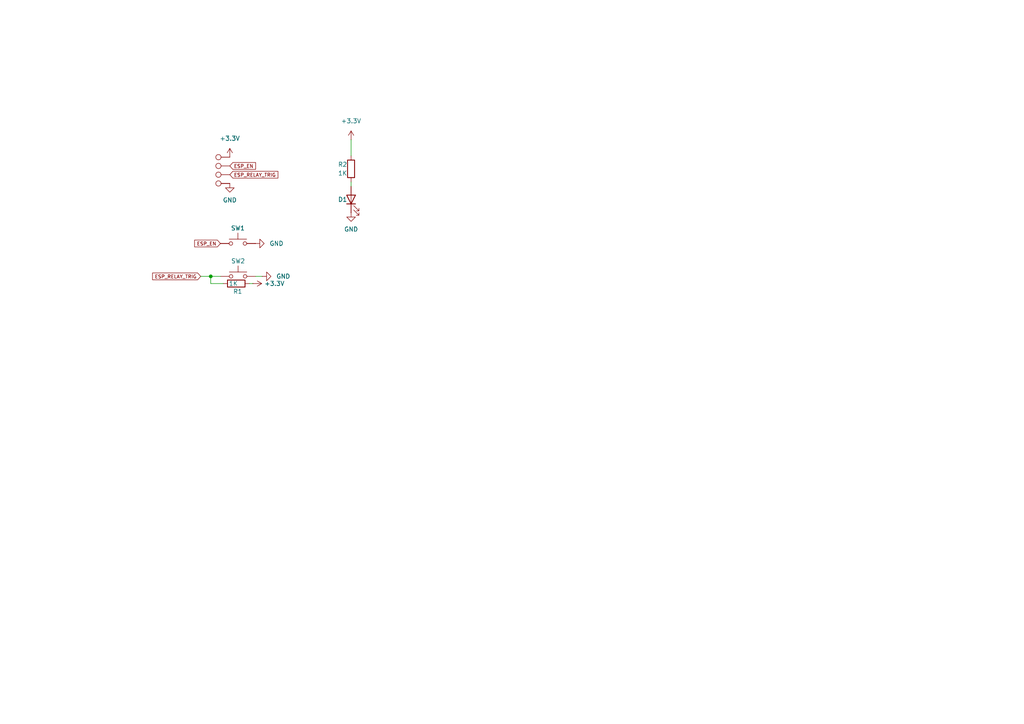
<source format=kicad_sch>
(kicad_sch (version 20250114) (generator "eeschema") (generator_version "9.0")
  (paper "A4")
  (lib_symbols
    (symbol "Connector:TestPoint" (pin_numbers (hide yes)) (pin_names (offset 0.762) (hide yes))
      (property "Reference" "TP" (at 0 6.858 0))
      (property "Value" "TestPoint" (at 0 5.08 0))
      (symbol "TestPoint_0_1"
        (circle (center 0 3.302) (radius 0.762))
      )
      (symbol "TestPoint_1_1"
        (pin passive line (at 0 0 90) (length 2.54) (name "1") (number "1"))
      )
    )
    (symbol "Device:LED" (pin_numbers (hide yes)) (pin_names (offset 1.016) (hide yes))
      (property "Reference" "D" (at 0 2.54 0))
      (property "Value" "LED" (at 0 -2.54 0))
      (symbol "LED_0_1"
        (polyline (pts (xy -3.048 -0.762) (xy -4.572 -2.286) (xy -3.81 -2.286) (xy -4.572 -2.286) (xy -4.572 -1.524)))
        (polyline (pts (xy -1.778 -0.762) (xy -3.302 -2.286) (xy -2.54 -2.286) (xy -3.302 -2.286) (xy -3.302 -1.524)))
        (polyline (pts (xy -1.27 0) (xy 1.27 0)))
        (polyline (pts (xy -1.27 -1.27) (xy -1.27 1.27)) (stroke (width 0.254)))
        (polyline (pts (xy 1.27 -1.27) (xy 1.27 1.27) (xy -1.27 0) (xy 1.27 -1.27)) (stroke (width 0.254)))
      )
      (symbol "LED_1_1"
        (pin passive line (at -3.81 0 0) (length 2.54) (name "K") (number "1"))
        (pin passive line (at 3.81 0 180) (length 2.54) (name "A") (number "2"))
      )
    )
    (symbol "Device:R" (pin_numbers (hide yes)) (pin_names (offset 0))
      (property "Reference" "R" (at 2.032 0 90))
      (property "Value" "R" (at 0 0 90))
      (symbol "R_0_1"
        (rectangle (start -1.016 -2.54) (end 1.016 2.54) (stroke (width 0.254)))
      )
      (symbol "R_1_1"
        (pin passive line (at 0 3.81 270) (length 1.27) (name "~") (number "1"))
        (pin passive line (at 0 -3.81 90) (length 1.27) (name "~") (number "2"))
      )
    )
    (symbol "Switch:SW_Push" (pin_numbers (hide yes)) (pin_names (offset 1.016) (hide yes))
      (property "Reference" "SW" (at 1.27 2.54 0))
      (property "Value" "SW_Push" (at 0 -1.524 0))
      (symbol "SW_Push_0_1"
        (circle (center -2.032 0) (radius 0.508))
        (polyline (pts (xy 0 1.27) (xy 0 3.048)))
        (circle (center 2.032 0) (radius 0.508))
        (polyline (pts (xy 2.54 1.27) (xy -2.54 1.27)))
        (pin passive line (at -5.08 0 0) (length 2.54) (name "1") (number "1"))
        (pin passive line (at 5.08 0 180) (length 2.54) (name "2") (number "2"))
      )
    )
    (symbol "power:+3.3V" (power) (pin_numbers (hide yes)) (pin_names (offset 0) (hide yes))
      (property "Value" "+3.3V" (at 0 3.556 0))
      (symbol "+3.3V_0_1"
        (polyline (pts (xy -0.762 1.27) (xy 0 2.54)))
        (polyline (pts (xy 0 2.54) (xy 0.762 1.27)))
        (polyline (pts (xy 0 0) (xy 0 2.54)))
      )
      (symbol "+3.3V_1_1"
        (pin power_in line (at 0 0 90) (length 0) (name "~") (number "1"))
      )
    )
    (symbol "power:GND" (power) (pin_numbers (hide yes)) (pin_names (offset 0) (hide yes))
      (property "Value" "GND" (at 0 -3.81 0))
      (symbol "GND_0_1"
        (polyline (pts (xy 0 0) (xy 0 -1.27) (xy 1.27 -1.27) (xy 0 -2.54) (xy -1.27 -1.27) (xy 0 -1.27)))
      )
      (symbol "GND_1_1"
        (pin power_in line (at 0 0 270) (length 0) (name "~") (number "1"))
      )
    )
  )
  (junction (at 61.1217 80.1595))
  (wire (pts (xy 58.2032 80.1595) (xy 61.1217 80.1595)))
  (wire (pts (xy 74.1327 80.1595) (xy 76.0495 80.1595)))
  (wire (pts (xy 61.1217 80.1595) (xy 63.9727 80.1595)))
  (wire (pts (xy 101.8288 40.5233) (xy 101.8288 45.1653)))
  (wire (pts (xy 72.337 82.2458) (xy 73.353 82.2458)))
  (wire (pts (xy 61.1217 82.2458) (xy 61.1217 80.1595)))
  (wire (pts (xy 101.8288 52.7853) (xy 101.8288 54.0553)))
  (wire (pts (xy 64.717 82.2458) (xy 61.1217 82.2458)))
  (global_label "ESP_RELAY_TRIG" (shape input) (at 58.2032 80.1595 180) (effects (font (size 1 1))) (property "Intersheetrefs" "${INTERSHEET_REFS}" (effects (hide yes))))
  (global_label "ESP_EN" (shape input) (at 66.6569 48.1307 0) (effects (font (size 1 1))) (property "Intersheetrefs" "${INTERSHEET_REFS}" (effects (hide yes))))
  (global_label "ESP_EN" (shape input) (at 63.9226 70.6252 180) (effects (font (size 1 1))) (property "Intersheetrefs" "${INTERSHEET_REFS}" (effects (hide yes))))
  (global_label "ESP_RELAY_TRIG" (shape input) (at 66.6569 50.6707 0) (effects (font (size 1 1))) (property "Intersheetrefs" "${INTERSHEET_REFS}" (effects (hide yes))))
  (symbol (lib_id "Connector:TestPoint") (at 66.6569 45.5907 90) (unit 1)
    (property "Reference" "TP1" (effects (hide yes)))
    (property "Value" "TestPoint" (effects (hide yes)))
    (property "Footprint" "TestPoint:TestPoint_Pad_2.5x2.5mm" (effects (hide yes)))
    (property "Description" "test point" (effects (hide yes)))
  )
  (symbol (lib_id "power:GND") (at 74.0826 70.6252 90) (unit 1)
    (property "Reference" "#PWR04" (effects (hide yes)))
    (property "Value" "GND" (at 78.1466 70.6251 90) (effects (justify right)))
    (property "Description" "Power symbol creates a global label with name \"GND\" , ground" (effects (hide yes)))
  )
  (symbol (lib_id "Switch:SW_Push") (at 69.0527 80.1595 0) (unit 1)
    (property "Reference" "SW2" (at 69.0527 75.7145 0))
    (property "Value" "SW_Push" (effects (hide yes)))
    (property "Footprint" "Button_Switch_THT:SW_PUSH_6mm_H9.5mm" (effects (hide yes)))
    (property "LCSC" "C2689642" (effects (hide yes)))
  )
  (symbol (lib_id "power:GND") (at 66.6569 53.2107 0) (unit 1)
    (property "Reference" "#PWR02" (effects (hide yes)))
    (property "Value" "GND" (at 66.6569 58.0367 0))
    (property "Description" "Power symbol creates a global label with name \"GND\" , ground" (effects (hide yes)))
  )
  (symbol (lib_id "power:GND") (at 101.8288 61.6753 0) (unit 1)
    (property "Reference" "#PWR07" (effects (hide yes)))
    (property "Value" "GND" (at 101.8288 66.5013 0))
    (property "Description" "Power symbol creates a global label with name \"GND\" , ground" (effects (hide yes)))
  )
  (symbol (lib_id "Connector:TestPoint") (at 66.6569 50.6707 90) (unit 1)
    (property "Reference" "TP3" (effects (hide yes)))
    (property "Value" "TestPoint" (effects (hide yes)))
    (property "Footprint" "TestPoint:TestPoint_Pad_2.5x2.5mm" (effects (hide yes)))
    (property "Description" "test point" (effects (hide yes)))
  )
  (symbol (lib_id "Connector:TestPoint") (at 66.6569 48.1307 90) (unit 1)
    (property "Reference" "TP2" (effects (hide yes)))
    (property "Value" "TestPoint" (effects (hide yes)))
    (property "Footprint" "TestPoint:TestPoint_Pad_2.5x2.5mm" (effects (hide yes)))
    (property "Description" "test point" (effects (hide yes)))
  )
  (symbol (lib_id "power:+3.3V") (at 73.353 82.2458 270) (unit 1)
    (property "Reference" "#PWR03" (effects (hide yes)))
    (property "Value" "+3.3V" (at 76.655 82.2457 90) (effects (justify left)))
  )
  (symbol (lib_id "power:GND") (at 76.0495 80.1595 90) (unit 1)
    (property "Reference" "#PWR05" (effects (hide yes)))
    (property "Value" "GND" (at 80.1135 80.1594 90) (effects (justify right)))
    (property "Description" "Power symbol creates a global label with name \"GND\" , ground" (effects (hide yes)))
  )
  (symbol (lib_id "power:+3.3V") (at 66.6569 45.5907 0) (unit 1)
    (property "Reference" "#PWR01" (effects (hide yes)))
    (property "Value" "+3.3V" (at 66.6569 40.1551 0))
    (property "Description" "Power symbol creates a global label with name \"+3.3V\"" (effects (hide yes)))
  )
  (symbol (lib_id "Connector:TestPoint") (at 66.6569 53.2107 90) (unit 1)
    (property "Reference" "TP4" (effects (hide yes)))
    (property "Value" "TestPoint" (effects (hide yes)))
    (property "Footprint" "TestPoint:TestPoint_Pad_2.5x2.5mm" (effects (hide yes)))
    (property "Description" "test point" (effects (hide yes)))
  )
  (symbol (lib_id "Device:R") (at 68.527 82.2458 90) (unit 1)
    (property "Reference" "R1" (at 70.305 84.5318 90) (effects (justify left)))
    (property "Value" "1K" (at 69.035 82.2458 90) (effects (justify left)))
    (property "Footprint" "Resistor_SMD:R_0603_1608Metric_Pad0.98x0.95mm_HandSolder" (effects (hide yes)))
    (property "LCSC" "C21190" (effects (hide yes)))
  )
  (symbol (lib_id "power:+3.3V") (at 101.8288 40.5233 0) (unit 1)
    (property "Reference" "#PWR06" (effects (hide yes)))
    (property "Value" "+3.3V" (at 101.8288 35.0877 0))
    (property "Description" "Power symbol creates a global label with name \"+3.3V\"" (effects (hide yes)))
  )
  (symbol (lib_id "Device:LED") (at 101.8288 57.8653 90) (unit 1)
    (property "Reference" "D1" (at 98.0188 57.8653 90) (effects (justify right)))
    (property "Value" "LED" (effects (hide yes)))
    (property "Footprint" "LED_THT:LED_D3.0mm" (effects (hide yes)))
  )
  (symbol (lib_id "Device:R") (at 101.8288 48.9753 0) (unit 1)
    (property "Reference" "R2" (at 98.0188 47.7053 0) (effects (justify left)))
    (property "Value" "1K" (at 98.0188 50.2453 0) (effects (justify left)))
    (property "Footprint" "Resistor_SMD:R_0603_1608Metric_Pad0.98x0.95mm_HandSolder" (effects (hide yes)))
    (property "LCSC" "C21190" (effects (hide yes)))
  )
  (symbol (lib_id "Switch:SW_Push") (at 69.0026 70.6252 0) (unit 1)
    (property "Reference" "SW1" (at 69.0026 66.1802 0))
    (property "Value" "SW_Push" (effects (hide yes)))
    (property "Footprint" "Button_Switch_THT:SW_PUSH_6mm_H9.5mm" (effects (hide yes)))
    (property "LCSC" "C2689642" (effects (hide yes)))
  )
)
</source>
